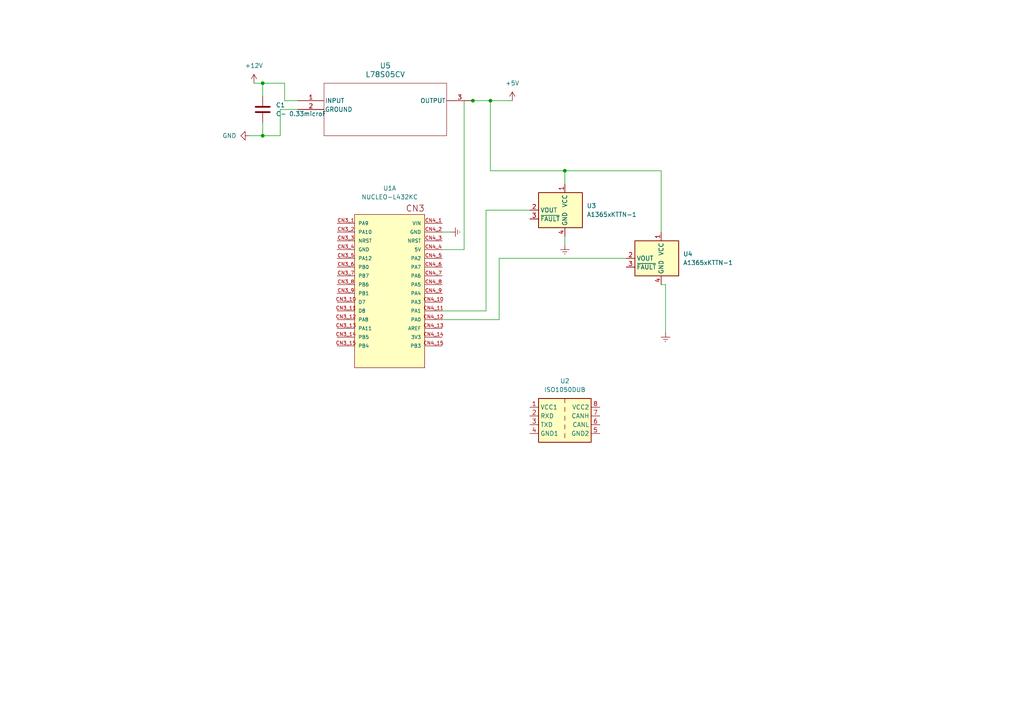
<source format=kicad_sch>
(kicad_sch (version 20230121) (generator eeschema)
  (paper "A4")
  (lib_symbols
    (symbol "1FS_2_Global_Symbol_Library:NUCLEO-L432KC" (pin_names (offset 1.016))
      (property "Reference" "U" (at 10.16 21.082 0))
      (property "Value" "NUCLEO-L432KC" (at -7.62 -25.4 0))
      (symbol "NUCLEO-L432KC_1_0"
        (rectangle (start -10.16 17.78) (end 10.16 -26.67) (stroke (width 0.1524)) (fill (type background)))
        (text "CN3" (at 10.16 18.542 0) (effects (font (size 1.778 1.778)) (justify right bottom)))
        (pin bidirectional line (at -15.24 15.24 0) (length 5.08) (name "PA9") (number "CN3_1"))
        (pin bidirectional line (at -15.24 -12.7 0) (length 5.08) (name "PA8") (number "CN3_12"))
        (pin bidirectional line (at -15.24 -15.24 0) (length 5.08) (name "PA11") (number "CN3_13"))
        (pin bidirectional line (at -15.24 -17.78 0) (length 5.08) (name "PB5") (number "CN3_14"))
        (pin bidirectional line (at -15.24 -20.32 0) (length 5.08) (name "PB4") (number "CN3_15"))
        (pin bidirectional line (at -15.24 12.7 0) (length 5.08) (name "PA10") (number "CN3_2"))
        (pin bidirectional line (at -15.24 5.08 0) (length 5.08) (name "PA12") (number "CN3_5"))
        (pin bidirectional line (at -15.24 2.54 0) (length 5.08) (name "PB0") (number "CN3_6"))
        (pin bidirectional line (at -15.24 0 0) (length 5.08) (name "PB7") (number "CN3_7"))
        (pin bidirectional line (at -15.24 -2.54 0) (length 5.08) (name "PB6") (number "CN3_8"))
        (pin bidirectional line (at -15.24 -5.08 0) (length 5.08) (name "PB1") (number "CN3_9"))
      )
      (symbol "NUCLEO-L432KC_1_1"
        (pin bidirectional line (at -15.24 -7.62 0) (length 5.08) (name "D7") (number "CN3_10"))
        (pin bidirectional line (at -15.24 -10.16 0) (length 5.08) (name "D8") (number "CN3_11"))
        (pin bidirectional line (at -15.24 10.16 0) (length 5.08) (name "NRST") (number "CN3_3"))
        (pin power_in line (at -15.24 7.62 0) (length 5.08) (name "GND") (number "CN3_4"))
        (pin power_in line (at 15.24 15.24 180) (length 5.08) (name "VIN") (number "CN4_1"))
        (pin bidirectional line (at 15.24 -7.62 180) (length 5.08) (name "PA3") (number "CN4_10"))
        (pin bidirectional line (at 15.24 -10.16 180) (length 5.08) (name "PA1") (number "CN4_11"))
        (pin bidirectional line (at 15.24 -12.7 180) (length 5.08) (name "PA0") (number "CN4_12"))
        (pin bidirectional line (at 15.24 -15.24 180) (length 5.08) (name "AREF") (number "CN4_13"))
        (pin power_out line (at 15.24 -17.78 180) (length 5.08) (name "3V3") (number "CN4_14"))
        (pin bidirectional line (at 15.24 -20.32 180) (length 5.08) (name "PB3") (number "CN4_15"))
        (pin power_in line (at 15.24 12.7 180) (length 5.08) (name "GND") (number "CN4_2"))
        (pin bidirectional line (at 15.24 10.16 180) (length 5.08) (name "NRST") (number "CN4_3"))
        (pin power_out line (at 15.24 7.62 180) (length 5.08) (name "5V") (number "CN4_4"))
        (pin bidirectional line (at 15.24 5.08 180) (length 5.08) (name "PA2") (number "CN4_5"))
        (pin bidirectional line (at 15.24 2.54 180) (length 5.08) (name "PA7") (number "CN4_6"))
        (pin bidirectional line (at 15.24 0 180) (length 5.08) (name "PA6") (number "CN4_7"))
        (pin bidirectional line (at 15.24 -2.54 180) (length 5.08) (name "PA5") (number "CN4_8"))
        (pin bidirectional line (at 15.24 -5.08 180) (length 5.08) (name "PA4") (number "CN4_9"))
      )
      (symbol "NUCLEO-L432KC_2_0"
        (rectangle (start -10.16 -17.78) (end 10.16 17.78) (stroke (width 0.1524)) (fill (type background)))
        (text "CN4" (at -10.16 18.542 0) (effects (font (size 1.778 1.778)) (justify left bottom)))
        (pin input line (at -15.24 7.62 0) (length 5.08) (name "VIN") (number "CN4_1"))
        (pin bidirectional line (at -15.24 -10.16 0) (length 5.08) (name "PA3") (number "CN4_10"))
        (pin bidirectional line (at -15.24 -5.08 0) (length 5.08) (name "PA1") (number "CN4_11"))
        (pin bidirectional line (at -15.24 -2.54 0) (length 5.08) (name "PA0") (number "CN4_12"))
        (pin bidirectional line (at 15.24 7.62 180) (length 5.08) (name "AREF") (number "CN4_13"))
        (pin power_in line (at 15.24 12.7 180) (length 5.08) (name "+3V3") (number "CN4_14"))
        (pin bidirectional line (at 15.24 2.54 180) (length 5.08) (name "PB3") (number "CN4_15"))
        (pin power_in line (at 15.24 -15.24 180) (length 5.08) (name "GND_CN4") (number "CN4_2"))
        (pin bidirectional line (at -15.24 2.54 0) (length 5.08) (name "NRST_CN4") (number "CN4_3"))
        (pin power_in line (at 15.24 15.24 180) (length 5.08) (name "+5V") (number "CN4_4"))
        (pin bidirectional line (at -15.24 -7.62 0) (length 5.08) (name "PA2") (number "CN4_5"))
        (pin bidirectional line (at 15.24 -10.16 180) (length 5.08) (name "PA7") (number "CN4_6"))
        (pin bidirectional line (at 15.24 -7.62 180) (length 5.08) (name "PA6") (number "CN4_7"))
        (pin bidirectional line (at 15.24 -5.08 180) (length 5.08) (name "PA5") (number "CN4_8"))
        (pin bidirectional line (at 15.24 -2.54 180) (length 5.08) (name "PA4") (number "CN4_9"))
      )
      (symbol "NUCLEO-L432KC_2_1"
        (pin bidirectional line (at 17.78 6.35 180) (length 5.08) (name "PA2") (number "-UB"))
      )
    )
    (symbol "Device:C" (pin_numbers hide) (pin_names (offset 0.254))
      (property "Reference" "C" (at 0.635 2.54 0))
      (property "Value" "C" (at 0.635 -2.54 0))
      (symbol "C_0_1"
        (polyline (pts (xy -2.032 -0.762) (xy 2.032 -0.762)) (stroke (width 0.508)))
        (polyline (pts (xy -2.032 0.762) (xy 2.032 0.762)) (stroke (width 0.508)))
      )
      (symbol "C_1_1"
        (pin passive line (at 0 3.81 270) (length 2.794) (name "~") (number "1"))
        (pin passive line (at 0 -3.81 90) (length 2.794) (name "~") (number "2"))
      )
    )
    (symbol "Interface_CAN_LIN:ISO1050DUB"
      (property "Reference" "U" (at -6.35 6.35 0))
      (property "Value" "ISO1050DUB" (at 2.54 6.35 0))
      (symbol "ISO1050DUB_0_1"
        (rectangle (start -7.62 5.08) (end 7.62 -7.62) (stroke (width 0.254)) (fill (type background)))
        (polyline (pts (xy 0 -5.08) (xy 0 -6.35)))
        (polyline (pts (xy 0 -2.54) (xy 0 -3.81)))
        (polyline (pts (xy 0 0) (xy 0 -1.27)))
        (polyline (pts (xy 0 2.54) (xy 0 1.27)))
        (polyline (pts (xy 0 5.08) (xy 0 3.81)))
      )
      (symbol "ISO1050DUB_1_1"
        (pin power_in line (at -10.16 2.54 0) (length 2.54) (name "VCC1") (number "1"))
        (pin output line (at -10.16 0 0) (length 2.54) (name "RXD") (number "2"))
        (pin input line (at -10.16 -2.54 0) (length 2.54) (name "TXD") (number "3"))
        (pin power_in line (at -10.16 -5.08 0) (length 2.54) (name "GND1") (number "4"))
        (pin power_in line (at 10.16 -5.08 180) (length 2.54) (name "GND2") (number "5"))
        (pin bidirectional line (at 10.16 -2.54 180) (length 2.54) (name "CANL") (number "6"))
        (pin bidirectional line (at 10.16 0 180) (length 2.54) (name "CANH") (number "7"))
        (pin power_in line (at 10.16 2.54 180) (length 2.54) (name "VCC2") (number "8"))
      )
    )
    (symbol "Regulator_Linear:L78S05CV" (pin_names (offset 0.254))
      (property "Reference" "U" (at 25.4 10.16 0))
      (property "Value" "L78S05CV" (at 25.4 7.62 0))
      (symbol "L78S05CV_0_1"
        (polyline (pts (xy 7.62 -10.16) (xy 43.18 -10.16)) (stroke (width 0.127)))
        (polyline (pts (xy 7.62 5.08) (xy 7.62 -10.16)) (stroke (width 0.127)))
        (polyline (pts (xy 43.18 -10.16) (xy 43.18 5.08)) (stroke (width 0.127)))
        (polyline (pts (xy 43.18 5.08) (xy 7.62 5.08)) (stroke (width 0.127)))
        (pin input line (at 0 0 0) (length 7.62) (name "INPUT") (number "1"))
        (pin power_out line (at 0 -2.54 0) (length 7.62) (name "GROUND") (number "2"))
        (pin output line (at 50.8 0 180) (length 7.62) (name "OUTPUT") (number "3"))
      )
    )
    (symbol "Sensor_Current:A1365xKTTN-1"
      (property "Reference" "U" (at 8.89 6.35 0))
      (property "Value" "A1365xKTTN-1" (at 8.89 3.81 0))
      (symbol "A1365xKTTN-1_0_1"
        (rectangle (start -5.08 5.08) (end 7.62 -5.08) (stroke (width 0.254)) (fill (type background)))
      )
      (symbol "A1365xKTTN-1_1_1"
        (pin power_in line (at 0 7.62 270) (length 2.54) (name "VCC") (number "1"))
        (pin output line (at 10.16 0 180) (length 2.54) (name "VOUT") (number "2"))
        (pin output line (at 10.16 -2.54 180) (length 2.54) (name "~{FAULT}") (number "3"))
        (pin power_in line (at 0 -7.62 90) (length 2.54) (name "GND") (number "4"))
      )
    )
    (symbol "power:+12V" (power) (pin_names (offset 0))
      (property "Value" "+12V" (at 0 3.556 0))
      (symbol "+12V_0_1"
        (polyline (pts (xy -0.762 1.27) (xy 0 2.54)))
        (polyline (pts (xy 0 0) (xy 0 2.54)))
        (polyline (pts (xy 0 2.54) (xy 0.762 1.27)))
      )
      (symbol "+12V_1_1"
        (pin power_in line (at 0 0 90) (length 0) hide (name "+12V") (number "1"))
      )
    )
    (symbol "power:+5V" (power) (pin_names (offset 0))
      (property "Value" "+5V" (at 0 3.556 0))
      (symbol "+5V_0_1"
        (polyline (pts (xy -0.762 1.27) (xy 0 2.54)))
        (polyline (pts (xy 0 0) (xy 0 2.54)))
        (polyline (pts (xy 0 2.54) (xy 0.762 1.27)))
      )
      (symbol "+5V_1_1"
        (pin power_in line (at 0 0 90) (length 0) hide (name "+5V") (number "1"))
      )
    )
    (symbol "power:Earth" (power) (pin_names (offset 0))
      (symbol "Earth_0_1"
        (polyline (pts (xy -0.635 -1.905) (xy 0.635 -1.905)))
        (polyline (pts (xy -0.127 -2.54) (xy 0.127 -2.54)))
        (polyline (pts (xy 0 -1.27) (xy 0 0)))
        (polyline (pts (xy 1.27 -1.27) (xy -1.27 -1.27)))
      )
      (symbol "Earth_1_1"
        (pin power_in line (at 0 0 270) (length 0) hide (name "Earth") (number "1"))
      )
    )
    (symbol "power:GND" (power) (pin_names (offset 0))
      (property "Value" "GND" (at 0 -3.81 0))
      (symbol "GND_0_1"
        (polyline (pts (xy 0 0) (xy 0 -1.27) (xy 1.27 -1.27) (xy 0 -2.54) (xy -1.27 -1.27) (xy 0 -1.27)))
      )
      (symbol "GND_1_1"
        (pin power_in line (at 0 0 270) (length 0) hide (name "GND") (number "1"))
      )
    )
  )
  (junction (at 76.2 39.37))
  (junction (at 163.83 49.53))
  (junction (at 137.16 29.21))
  (junction (at 142.24 29.21))
  (junction (at 76.2 24.13))
  (wire (pts (xy 163.83 49.53) (xy 191.77 49.53)))
  (wire (pts (xy 140.97 60.96) (xy 140.97 90.17)))
  (wire (pts (xy 82.55 29.21) (xy 86.36 29.21)))
  (wire (pts (xy 163.83 68.58) (xy 163.83 71.12)))
  (wire (pts (xy 128.27 67.31) (xy 130.81 67.31)))
  (wire (pts (xy 144.78 74.93) (xy 144.78 92.71)))
  (wire (pts (xy 76.2 35.56) (xy 76.2 39.37)))
  (wire (pts (xy 134.62 29.21) (xy 137.16 29.21)))
  (wire (pts (xy 142.24 49.53) (xy 163.83 49.53)))
  (wire (pts (xy 81.28 31.75) (xy 86.36 31.75)))
  (wire (pts (xy 73.66 24.13) (xy 76.2 24.13)))
  (wire (pts (xy 191.77 82.55) (xy 193.04 82.55)))
  (wire (pts (xy 76.2 24.13) (xy 76.2 27.94)))
  (wire (pts (xy 153.67 60.96) (xy 140.97 60.96)))
  (wire (pts (xy 76.2 24.13) (xy 82.55 24.13)))
  (wire (pts (xy 81.28 39.37) (xy 81.28 31.75)))
  (wire (pts (xy 144.78 92.71) (xy 128.27 92.71)))
  (wire (pts (xy 163.83 49.53) (xy 163.83 53.34)))
  (wire (pts (xy 76.2 39.37) (xy 81.28 39.37)))
  (wire (pts (xy 181.61 74.93) (xy 144.78 74.93)))
  (wire (pts (xy 137.16 29.21) (xy 142.24 29.21)))
  (wire (pts (xy 134.62 29.21) (xy 134.62 72.39)))
  (wire (pts (xy 191.77 49.53) (xy 191.77 67.31)))
  (wire (pts (xy 140.97 90.17) (xy 128.27 90.17)))
  (wire (pts (xy 82.55 24.13) (xy 82.55 29.21)))
  (wire (pts (xy 72.39 39.37) (xy 76.2 39.37)))
  (wire (pts (xy 142.24 29.21) (xy 142.24 49.53)))
  (wire (pts (xy 193.04 82.55) (xy 193.04 96.52)))
  (wire (pts (xy 148.59 29.21) (xy 142.24 29.21)))
  (wire (pts (xy 134.62 72.39) (xy 128.27 72.39)))
  (symbol (lib_id "power:Earth") (at 130.81 67.31 90) (unit 1)
    (property "Reference" "#PWR06" (effects hide))
    (property "Value" "Earth" (effects hide))
  )
  (symbol (lib_id "Sensor_Current:A1365xKTTN-1") (at 163.83 60.96 0) (mirror y) (unit 1)
    (property "Reference" "U3" (at 170.18 59.69 0) (effects (justify right)))
    (property "Value" "A1365xKTTN-1" (at 170.18 62.23 0) (effects (justify right)))
    (property "Footprint" "Sensor_Current:Allegro_SIP-4" (effects hide))
    (property "Datasheet" "http://www.allegromicro.com/~/media/Files/Datasheets/A1365-Datasheet.ashx?la=en" (effects hide))
  )
  (symbol (lib_id "Regulator_Linear:L78S05CV") (at 86.36 29.21 0) (unit 1)
    (property "Reference" "U5" (at 111.76 19.05 0) (effects (font (size 1.524 1.524))))
    (property "Value" "L78S05CV" (at 111.76 21.59 0) (effects (font (size 1.524 1.524))))
    (property "Footprint" "TO-220_STM" (effects hide))
    (property "Datasheet" "L78S05CV" (effects hide))
  )
  (symbol (lib_id "power:Earth") (at 163.83 71.12 0) (unit 1)
    (property "Reference" "#PWR04" (effects hide))
    (property "Value" "Earth" (effects hide))
  )
  (symbol (lib_id "power:+5V") (at 148.59 29.21 0) (unit 1)
    (property "Reference" "#PWR03" (effects hide))
    (property "Value" "+5V" (at 148.59 24.13 0))
  )
  (symbol (lib_id "1FS_2_Global_Symbol_Library:NUCLEO-L432KC") (at 113.03 80.01 0) (unit 1)
    (property "Reference" "U1" (at 113.03 54.61 0))
    (property "Value" "NUCLEO-L432KC" (at 113.03 57.15 0))
    (property "Footprint" "NUCLEO-L432KC:MODULE_NUCLEO-L432KC" (effects hide))
    (property "PARTREV" "N/A" (effects hide))
    (property "STANDARD" "Manufacturer Recommendations" (effects hide))
    (property "MAXIMUM_PACKAGE_HEIGHT" "N/A" (effects hide))
    (property "MANUFACTURER" "ST Microelectronics" (effects hide))
  )
  (symbol (lib_id "power:+12V") (at 73.66 24.13 0) (unit 1)
    (property "Reference" "#PWR02" (effects hide))
    (property "Value" "+12V" (at 73.66 19.05 0))
  )
  (symbol (lib_id "power:GND") (at 72.39 39.37 270) (unit 1)
    (property "Reference" "#PWR01" (effects hide))
    (property "Value" "GND" (at 68.58 39.37 90) (effects (justify right)))
  )
  (symbol (lib_id "power:Earth") (at 193.04 96.52 0) (unit 1)
    (property "Reference" "#PWR05" (effects hide))
    (property "Value" "Earth" (effects hide))
  )
  (symbol (lib_id "Interface_CAN_LIN:ISO1050DUB") (at 163.83 120.65 0) (unit 1)
    (property "Reference" "U2" (at 163.83 110.49 0))
    (property "Value" "ISO1050DUB" (at 163.83 113.03 0))
    (property "Footprint" "Package_SO:SOP-8_6.62x9.15mm_P2.54mm" (effects hide))
    (property "Datasheet" "http://www.ti.com/lit/ds/symlink/iso1050.pdf" (effects hide))
  )
  (symbol (lib_id "Device:C") (at 76.2 31.75 0) (unit 1)
    (property "Reference" "C1" (at 80.01 30.48 0) (effects (justify left)))
    (property "Value" "C- 0.33microF" (at 80.01 33.02 0) (effects (justify left)))
  )
  (symbol (lib_id "Sensor_Current:A1365xKTTN-1") (at 191.77 74.93 0) (mirror y) (unit 1)
    (property "Reference" "U4" (at 198.12 73.66 0) (effects (justify right)))
    (property "Value" "A1365xKTTN-1" (at 198.12 76.2 0) (effects (justify right)))
    (property "Footprint" "Sensor_Current:Allegro_SIP-4" (effects hide))
    (property "Datasheet" "http://www.allegromicro.com/~/media/Files/Datasheets/A1365-Datasheet.ashx?la=en" (effects hide))
  )
)
</source>
